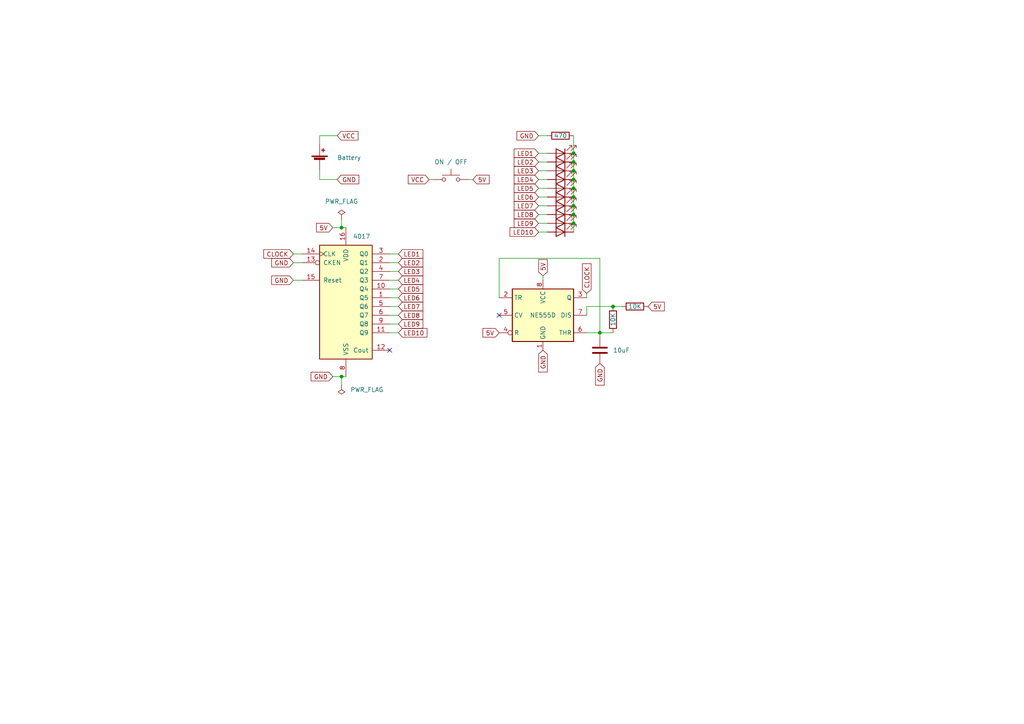
<source format=kicad_sch>
(kicad_sch (version 20250114) (generator "eeschema") (generator_version "9.0")
  (paper "A4")
  (lib_symbols
    (symbol "4xxx:4017" (pin_names (offset 1.016))
      (property "Reference" "U" (at -7.62 16.51 0))
      (property "Value" "4017" (at -7.62 -19.05 0))
      (symbol "4017_1_0"
        (pin input clock (at -12.7 12.7 0) (length 5.08) (name "CLK") (number "14"))
        (pin input inverted (at -12.7 10.16 0) (length 5.08) (name "CKEN") (number "13"))
        (pin input line (at -12.7 5.08 0) (length 5.08) (name "Reset") (number "15"))
        (pin power_in line (at 0 20.32 270) (length 5.08) (name "VDD") (number "16"))
        (pin power_in line (at 0 -22.86 90) (length 5.08) (name "VSS") (number "8"))
        (pin output line (at 12.7 12.7 180) (length 5.08) (name "Q0") (number "3"))
        (pin output line (at 12.7 10.16 180) (length 5.08) (name "Q1") (number "2"))
        (pin output line (at 12.7 7.62 180) (length 5.08) (name "Q2") (number "4"))
        (pin output line (at 12.7 5.08 180) (length 5.08) (name "Q3") (number "7"))
        (pin output line (at 12.7 2.54 180) (length 5.08) (name "Q4") (number "10"))
        (pin output line (at 12.7 0 180) (length 5.08) (name "Q5") (number "1"))
        (pin output line (at 12.7 -2.54 180) (length 5.08) (name "Q6") (number "5"))
        (pin output line (at 12.7 -5.08 180) (length 5.08) (name "Q7") (number "6"))
        (pin output line (at 12.7 -7.62 180) (length 5.08) (name "Q8") (number "9"))
        (pin output line (at 12.7 -10.16 180) (length 5.08) (name "Q9") (number "11"))
        (pin output line (at 12.7 -15.24 180) (length 5.08) (name "Cout") (number "12"))
      )
      (symbol "4017_1_1"
        (rectangle (start -7.62 15.24) (end 7.62 -17.78) (stroke (width 0.254)) (fill (type background)))
      )
    )
    (symbol "Device:Battery_Cell" (pin_numbers (hide yes)) (pin_names (offset 0) (hide yes))
      (property "Reference" "BT" (at 2.54 2.54 0))
      (property "Value" "Battery_Cell" (at 2.54 0 0))
      (symbol "Battery_Cell_0_1"
        (rectangle (start -2.286 1.778) (end 2.286 1.524) (fill (type outline)))
        (rectangle (start -1.5748 1.1938) (end 1.4732 0.6858) (fill (type outline)))
        (polyline (pts (xy 0 1.778) (xy 0 2.54)))
        (polyline (pts (xy 0 0.762) (xy 0 0)))
        (polyline (pts (xy 0.508 3.429) (xy 1.524 3.429)) (stroke (width 0.254)))
        (polyline (pts (xy 1.016 3.937) (xy 1.016 2.921)) (stroke (width 0.254)))
      )
      (symbol "Battery_Cell_1_1"
        (pin passive line (at 0 5.08 270) (length 2.54) (name "+") (number "1"))
        (pin passive line (at 0 -2.54 90) (length 2.54) (name "-") (number "2"))
      )
    )
    (symbol "Device:C" (pin_numbers (hide yes)) (pin_names (offset 0.254))
      (property "Reference" "C" (at 0.635 2.54 0))
      (property "Value" "C" (at 0.635 -2.54 0))
      (symbol "C_0_1"
        (polyline (pts (xy -2.032 0.762) (xy 2.032 0.762)) (stroke (width 0.508)))
        (polyline (pts (xy -2.032 -0.762) (xy 2.032 -0.762)) (stroke (width 0.508)))
      )
      (symbol "C_1_1"
        (pin passive line (at 0 3.81 270) (length 2.794) (name "~") (number "1"))
        (pin passive line (at 0 -3.81 90) (length 2.794) (name "~") (number "2"))
      )
    )
    (symbol "Device:LED" (pin_numbers (hide yes)) (pin_names (offset 1.016) (hide yes))
      (property "Reference" "D" (at 0 2.54 0))
      (property "Value" "LED" (at 0 -2.54 0))
      (symbol "LED_0_1"
        (polyline (pts (xy -3.048 -0.762) (xy -4.572 -2.286) (xy -3.81 -2.286) (xy -4.572 -2.286) (xy -4.572 -1.524)))
        (polyline (pts (xy -1.778 -0.762) (xy -3.302 -2.286) (xy -2.54 -2.286) (xy -3.302 -2.286) (xy -3.302 -1.524)))
        (polyline (pts (xy -1.27 0) (xy 1.27 0)))
        (polyline (pts (xy -1.27 -1.27) (xy -1.27 1.27)) (stroke (width 0.254)))
        (polyline (pts (xy 1.27 -1.27) (xy 1.27 1.27) (xy -1.27 0) (xy 1.27 -1.27)) (stroke (width 0.254)))
      )
      (symbol "LED_1_1"
        (pin passive line (at -3.81 0 0) (length 2.54) (name "K") (number "1"))
        (pin passive line (at 3.81 0 180) (length 2.54) (name "A") (number "2"))
      )
    )
    (symbol "Device:R" (pin_numbers (hide yes)) (pin_names (offset 0))
      (property "Reference" "R" (at 2.032 0 90))
      (property "Value" "R" (at 0 0 90))
      (symbol "R_0_1"
        (rectangle (start -1.016 -2.54) (end 1.016 2.54) (stroke (width 0.254)))
      )
      (symbol "R_1_1"
        (pin passive line (at 0 3.81 270) (length 1.27) (name "~") (number "1"))
        (pin passive line (at 0 -3.81 90) (length 1.27) (name "~") (number "2"))
      )
    )
    (symbol "Switch:SW_Push" (pin_numbers (hide yes)) (pin_names (offset 1.016) (hide yes))
      (property "Reference" "SW" (at 1.27 2.54 0))
      (property "Value" "SW_Push" (at 0 -1.524 0))
      (symbol "SW_Push_0_1"
        (circle (center -2.032 0) (radius 0.508))
        (polyline (pts (xy 0 1.27) (xy 0 3.048)))
        (circle (center 2.032 0) (radius 0.508))
        (polyline (pts (xy 2.54 1.27) (xy -2.54 1.27)))
        (pin passive line (at -5.08 0 0) (length 2.54) (name "1") (number "1"))
        (pin passive line (at 5.08 0 180) (length 2.54) (name "2") (number "2"))
      )
    )
    (symbol "Timer:NE555D"
      (property "Reference" "U" (at -10.16 8.89 0))
      (property "Value" "NE555D" (at 2.54 8.89 0))
      (symbol "NE555D_0_0"
        (pin power_in line (at 0 10.16 270) (length 2.54) (name "VCC") (number "8"))
        (pin power_in line (at 0 -10.16 90) (length 2.54) (name "GND") (number "1"))
      )
      (symbol "NE555D_0_1"
        (rectangle (start -8.89 -7.62) (end 8.89 7.62) (stroke (width 0.254)) (fill (type background)))
        (rectangle (start -8.89 -7.62) (end 8.89 7.62) (stroke (width 0.254)) (fill (type background)))
      )
      (symbol "NE555D_1_1"
        (pin input line (at -12.7 5.08 0) (length 3.81) (name "TR") (number "2"))
        (pin input line (at -12.7 0 0) (length 3.81) (name "CV") (number "5"))
        (pin input inverted (at -12.7 -5.08 0) (length 3.81) (name "R") (number "4"))
        (pin output line (at 12.7 5.08 180) (length 3.81) (name "Q") (number "3"))
        (pin input line (at 12.7 0 180) (length 3.81) (name "DIS") (number "7"))
        (pin input line (at 12.7 -5.08 180) (length 3.81) (name "THR") (number "6"))
      )
    )
    (symbol "power:PWR_FLAG" (power) (pin_numbers (hide yes)) (pin_names (offset 0) (hide yes))
      (property "Value" "PWR_FLAG" (at 0 3.81 0))
      (symbol "PWR_FLAG_0_0"
        (pin power_out line (at 0 0 90) (length 0) (name "pwr") (number "1"))
      )
      (symbol "PWR_FLAG_0_1"
        (polyline (pts (xy 0 0) (xy 0 1.27) (xy -1.016 1.905) (xy 0 2.54) (xy 1.016 1.905) (xy 0 1.27)))
      )
    )
  )
  (junction (at 177.8 88.9))
  (junction (at 166.37 62.23))
  (junction (at 166.37 44.45))
  (junction (at 166.37 49.53))
  (junction (at 166.37 64.77))
  (junction (at 166.37 46.99))
  (junction (at 99.06 109.22))
  (junction (at 99.06 66.04))
  (junction (at 166.37 59.69))
  (junction (at 166.37 54.61))
  (junction (at 166.37 52.07))
  (junction (at 173.99 96.52))
  (junction (at 166.37 57.15))
  (no_connect (at 144.78 91.44))
  (no_connect (at 113.03 101.6))
  (wire (pts (xy 144.78 74.93) (xy 144.78 86.36)))
  (wire (pts (xy 156.21 64.77) (xy 158.75 64.77)))
  (wire (pts (xy 173.99 96.52) (xy 173.99 97.79)))
  (wire (pts (xy 156.21 39.37) (xy 158.75 39.37)))
  (wire (pts (xy 99.06 109.22) (xy 99.06 111.76)))
  (wire (pts (xy 156.21 54.61) (xy 158.75 54.61)))
  (wire (pts (xy 157.48 80.01) (xy 157.48 81.28)))
  (wire (pts (xy 97.79 52.07) (xy 92.71 52.07)))
  (wire (pts (xy 166.37 64.77) (xy 166.37 67.31)))
  (wire (pts (xy 99.06 63.5) (xy 99.06 66.04)))
  (wire (pts (xy 156.21 62.23) (xy 158.75 62.23)))
  (wire (pts (xy 113.03 83.82) (xy 115.57 83.82)))
  (wire (pts (xy 170.18 85.09) (xy 170.18 86.36)))
  (wire (pts (xy 92.71 39.37) (xy 92.71 41.91)))
  (wire (pts (xy 170.18 88.9) (xy 170.18 91.44)))
  (wire (pts (xy 166.37 52.07) (xy 166.37 54.61)))
  (wire (pts (xy 113.03 91.44) (xy 115.57 91.44)))
  (wire (pts (xy 156.21 67.31) (xy 158.75 67.31)))
  (wire (pts (xy 99.06 66.04) (xy 100.33 66.04)))
  (wire (pts (xy 113.03 88.9) (xy 115.57 88.9)))
  (wire (pts (xy 166.37 54.61) (xy 166.37 57.15)))
  (wire (pts (xy 156.21 44.45) (xy 158.75 44.45)))
  (wire (pts (xy 166.37 57.15) (xy 166.37 59.69)))
  (wire (pts (xy 166.37 59.69) (xy 166.37 62.23)))
  (wire (pts (xy 166.37 44.45) (xy 166.37 46.99)))
  (wire (pts (xy 113.03 76.2) (xy 115.57 76.2)))
  (wire (pts (xy 144.78 74.93) (xy 173.99 74.93)))
  (wire (pts (xy 96.52 66.04) (xy 99.06 66.04)))
  (wire (pts (xy 96.52 109.22) (xy 99.06 109.22)))
  (wire (pts (xy 156.21 57.15) (xy 158.75 57.15)))
  (wire (pts (xy 113.03 93.98) (xy 115.57 93.98)))
  (wire (pts (xy 113.03 73.66) (xy 115.57 73.66)))
  (wire (pts (xy 113.03 86.36) (xy 115.57 86.36)))
  (wire (pts (xy 124.46 52.07) (xy 125.73 52.07)))
  (wire (pts (xy 166.37 46.99) (xy 166.37 49.53)))
  (wire (pts (xy 166.37 49.53) (xy 166.37 52.07)))
  (wire (pts (xy 166.37 39.37) (xy 166.37 44.45)))
  (wire (pts (xy 85.09 73.66) (xy 87.63 73.66)))
  (wire (pts (xy 99.06 109.22) (xy 100.33 109.22)))
  (wire (pts (xy 92.71 52.07) (xy 92.71 49.53)))
  (wire (pts (xy 156.21 49.53) (xy 158.75 49.53)))
  (wire (pts (xy 166.37 62.23) (xy 166.37 64.77)))
  (wire (pts (xy 173.99 96.52) (xy 177.8 96.52)))
  (wire (pts (xy 113.03 78.74) (xy 115.57 78.74)))
  (wire (pts (xy 173.99 74.93) (xy 173.99 96.52)))
  (wire (pts (xy 177.8 88.9) (xy 170.18 88.9)))
  (wire (pts (xy 85.09 81.28) (xy 87.63 81.28)))
  (wire (pts (xy 180.34 88.9) (xy 177.8 88.9)))
  (wire (pts (xy 97.79 39.37) (xy 92.71 39.37)))
  (wire (pts (xy 135.89 52.07) (xy 137.16 52.07)))
  (wire (pts (xy 156.21 59.69) (xy 158.75 59.69)))
  (wire (pts (xy 113.03 81.28) (xy 115.57 81.28)))
  (wire (pts (xy 85.09 76.2) (xy 87.63 76.2)))
  (wire (pts (xy 156.21 46.99) (xy 158.75 46.99)))
  (wire (pts (xy 156.21 52.07) (xy 158.75 52.07)))
  (wire (pts (xy 170.18 96.52) (xy 173.99 96.52)))
  (wire (pts (xy 113.03 96.52) (xy 115.57 96.52)))
  (global_label "LED1" (shape input) (at 156.21 44.45 180) (property "Intersheetrefs" "${INTERSHEET_REFS}" (effects (hide yes))))
  (global_label "LED7" (shape input) (at 156.21 59.69 180) (property "Intersheetrefs" "${INTERSHEET_REFS}" (effects (hide yes))))
  (global_label "LED9" (shape input) (at 115.57 93.98 0) (property "Intersheetrefs" "${INTERSHEET_REFS}" (effects (hide yes))))
  (global_label "LED2" (shape input) (at 156.21 46.99 180) (property "Intersheetrefs" "${INTERSHEET_REFS}" (effects (hide yes))))
  (global_label "CLOCK" (shape input) (at 85.09 73.66 180) (property "Intersheetrefs" "${INTERSHEET_REFS}" (effects (hide yes))))
  (global_label "GND" (shape input) (at 157.48 101.6 270) (property "Intersheetrefs" "${INTERSHEET_REFS}" (effects (hide yes))))
  (global_label "LED4" (shape input) (at 115.57 81.28 0) (property "Intersheetrefs" "${INTERSHEET_REFS}" (effects (hide yes))))
  (global_label "LED7" (shape input) (at 115.57 88.9 0) (property "Intersheetrefs" "${INTERSHEET_REFS}" (effects (hide yes))))
  (global_label "LED6" (shape input) (at 115.57 86.36 0) (property "Intersheetrefs" "${INTERSHEET_REFS}" (effects (hide yes))))
  (global_label "VCC" (shape input) (at 97.79 39.37 0) (property "Intersheetrefs" "${INTERSHEET_REFS}" (effects (hide yes))))
  (global_label "GND" (shape input) (at 85.09 81.28 180) (property "Intersheetrefs" "${INTERSHEET_REFS}" (effects (hide yes))))
  (global_label "LED10" (shape input) (at 115.57 96.52 0) (property "Intersheetrefs" "${INTERSHEET_REFS}" (effects (hide yes))))
  (global_label "GND" (shape input) (at 173.99 105.41 270) (property "Intersheetrefs" "${INTERSHEET_REFS}" (effects (hide yes))))
  (global_label "CLOCK" (shape input) (at 170.18 85.09 90) (property "Intersheetrefs" "${INTERSHEET_REFS}" (effects (hide yes))))
  (global_label "GND" (shape input) (at 85.09 76.2 180) (property "Intersheetrefs" "${INTERSHEET_REFS}" (effects (hide yes))))
  (global_label "LED5" (shape input) (at 115.57 83.82 0) (property "Intersheetrefs" "${INTERSHEET_REFS}" (effects (hide yes))))
  (global_label "LED3" (shape input) (at 156.21 49.53 180) (property "Intersheetrefs" "${INTERSHEET_REFS}" (effects (hide yes))))
  (global_label "LED5" (shape input) (at 156.21 54.61 180) (property "Intersheetrefs" "${INTERSHEET_REFS}" (effects (hide yes))))
  (global_label "LED6" (shape input) (at 156.21 57.15 180) (property "Intersheetrefs" "${INTERSHEET_REFS}" (effects (hide yes))))
  (global_label "VCC" (shape input) (at 124.46 52.07 180) (property "Intersheetrefs" "${INTERSHEET_REFS}" (effects (hide yes))))
  (global_label "5V" (shape input) (at 137.16 52.07 0) (property "Intersheetrefs" "${INTERSHEET_REFS}" (effects (hide yes))))
  (global_label "GND" (shape input) (at 96.52 109.22 180) (property "Intersheetrefs" "${INTERSHEET_REFS}" (effects (hide yes))))
  (global_label "5V" (shape input) (at 144.78 96.52 180) (property "Intersheetrefs" "${INTERSHEET_REFS}" (effects (hide yes))))
  (global_label "5V" (shape input) (at 96.52 66.04 180) (property "Intersheetrefs" "${INTERSHEET_REFS}" (effects (hide yes))))
  (global_label "GND" (shape input) (at 97.79 52.07 0) (property "Intersheetrefs" "${INTERSHEET_REFS}" (effects (hide yes))))
  (global_label "5V" (shape input) (at 187.96 88.9 0) (property "Intersheetrefs" "${INTERSHEET_REFS}" (effects (hide yes))))
  (global_label "LED8" (shape input) (at 115.57 91.44 0) (property "Intersheetrefs" "${INTERSHEET_REFS}" (effects (hide yes))))
  (global_label "LED3" (shape input) (at 115.57 78.74 0) (property "Intersheetrefs" "${INTERSHEET_REFS}" (effects (hide yes))))
  (global_label "LED10" (shape input) (at 156.21 67.31 180) (property "Intersheetrefs" "${INTERSHEET_REFS}" (effects (hide yes))))
  (global_label "LED8" (shape input) (at 156.21 62.23 180) (property "Intersheetrefs" "${INTERSHEET_REFS}" (effects (hide yes))))
  (global_label "LED9" (shape input) (at 156.21 64.77 180) (property "Intersheetrefs" "${INTERSHEET_REFS}" (effects (hide yes))))
  (global_label "LED1" (shape input) (at 115.57 73.66 0) (property "Intersheetrefs" "${INTERSHEET_REFS}" (effects (hide yes))))
  (global_label "LED2" (shape input) (at 115.57 76.2 0) (property "Intersheetrefs" "${INTERSHEET_REFS}" (effects (hide yes))))
  (global_label "5V" (shape input) (at 157.48 80.01 90) (property "Intersheetrefs" "${INTERSHEET_REFS}" (effects (hide yes))))
  (global_label "LED4" (shape input) (at 156.21 52.07 180) (property "Intersheetrefs" "${INTERSHEET_REFS}" (effects (hide yes))))
  (global_label "GND" (shape input) (at 156.21 39.37 180) (property "Intersheetrefs" "${INTERSHEET_REFS}" (effects (hide yes))))
  (symbol (lib_id "Device:LED") (at 162.56 62.23 180) (unit 1)
    (property "Reference" "D9" (effects (hide yes)))
    (property "Value" "LED" (effects (hide yes)))
    (property "Footprint" "LED_SMD:LED_0805_2012Metric_Pad1.15x1.40mm_HandSolder" (effects (hide yes)))
  )
  (symbol (lib_id "Device:C") (at 173.99 101.6 0) (unit 1)
    (property "Reference" "C2" (effects (hide yes)))
    (property "Value" "10uF" (at 177.8 101.6 0) (effects (justify left)))
    (property "Footprint" "Capacitor_SMD:C_0805_2012Metric_Pad1.18x1.45mm_HandSolder" (effects (hide yes)))
  )
  (symbol (lib_id "power:PWR_FLAG") (at 99.06 111.76 180) (unit 1)
    (property "Reference" "#FLG0102" (effects (hide yes)))
    (property "Value" "PWR_FLAG" (at 101.6 113.0299 0) (effects (justify right)))
  )
  (symbol (lib_id "4xxx:4017") (at 100.33 86.36 0) (unit 1)
    (property "Reference" "U1" (effects (hide yes)))
    (property "Value" "4017" (at 102.3494 68.58 0) (effects (justify left)))
    (property "Footprint" "Package_SO:SOIC-16_3.9x9.9mm_P1.27mm" (effects (hide yes)))
    (property "Datasheet" "http://www.intersil.com/content/dam/Intersil/documents/cd40/cd4017bms-22bms.pdf" (effects (hide yes)))
  )
  (symbol (lib_id "Device:LED") (at 162.56 44.45 180) (unit 1)
    (property "Reference" "D2" (effects (hide yes)))
    (property "Value" "LED" (effects (hide yes)))
    (property "Footprint" "LED_SMD:LED_0805_2012Metric_Pad1.15x1.40mm_HandSolder" (effects (hide yes)))
  )
  (symbol (lib_id "Device:R") (at 184.15 88.9 270) (unit 1)
    (property "Reference" "R1" (effects (hide yes)))
    (property "Value" "10K" (at 184.15 88.9 90))
    (property "Footprint" "Resistor_SMD:R_0805_2012Metric_Pad1.20x1.40mm_HandSolder" (effects (hide yes)))
  )
  (symbol (lib_id "Switch:SW_Push") (at 130.81 52.07 0) (unit 1)
    (property "Reference" "SW1" (effects (hide yes)))
    (property "Value" "ON / OFF" (at 130.81 46.99 0))
    (property "Footprint" "Button_Switch_SMD:SW_SPST_CK_RS282G05A3" (effects (hide yes)))
  )
  (symbol (lib_id "Device:LED") (at 162.56 46.99 180) (unit 1)
    (property "Reference" "D3" (effects (hide yes)))
    (property "Value" "LED" (effects (hide yes)))
    (property "Footprint" "LED_SMD:LED_0805_2012Metric_Pad1.15x1.40mm_HandSolder" (effects (hide yes)))
  )
  (symbol (lib_id "Device:R") (at 177.8 92.71 180) (unit 1)
    (property "Reference" "R3" (effects (hide yes)))
    (property "Value" "10K" (at 177.8 92.71 90))
    (property "Footprint" "Resistor_SMD:R_0805_2012Metric_Pad1.20x1.40mm_HandSolder" (effects (hide yes)))
  )
  (symbol (lib_id "power:PWR_FLAG") (at 99.06 63.5 0) (unit 1)
    (property "Reference" "#FLG0101" (effects (hide yes)))
    (property "Value" "PWR_FLAG" (at 99.06 58.42 0))
  )
  (symbol (lib_id "Device:R") (at 162.56 39.37 90) (unit 1)
    (property "Reference" "R2" (effects (hide yes)))
    (property "Value" "470" (at 162.56 39.37 90))
    (property "Footprint" "Resistor_SMD:R_0805_2012Metric_Pad1.20x1.40mm_HandSolder" (effects (hide yes)))
  )
  (symbol (lib_id "Device:LED") (at 162.56 54.61 180) (unit 1)
    (property "Reference" "D6" (effects (hide yes)))
    (property "Value" "LED" (effects (hide yes)))
    (property "Footprint" "LED_SMD:LED_0805_2012Metric_Pad1.15x1.40mm_HandSolder" (effects (hide yes)))
  )
  (symbol (lib_id "Device:Battery_Cell") (at 92.71 46.99 0) (unit 1)
    (property "Reference" "BT1" (effects (hide yes)))
    (property "Value" "Battery" (at 97.79 45.72 0) (effects (justify left)))
    (property "Footprint" "Battery:BatteryHolder_Keystone_3000_1x12mm" (effects (hide yes)))
  )
  (symbol (lib_id "Device:LED") (at 162.56 59.69 180) (unit 1)
    (property "Reference" "D8" (effects (hide yes)))
    (property "Value" "LED" (effects (hide yes)))
    (property "Footprint" "LED_SMD:LED_0805_2012Metric_Pad1.15x1.40mm_HandSolder" (effects (hide yes)))
  )
  (symbol (lib_id "Device:LED") (at 162.56 67.31 180) (unit 1)
    (property "Reference" "D11" (effects (hide yes)))
    (property "Value" "LED" (effects (hide yes)))
    (property "Footprint" "LED_SMD:LED_0805_2012Metric_Pad1.15x1.40mm_HandSolder" (effects (hide yes)))
  )
  (symbol (lib_id "Device:LED") (at 162.56 64.77 180) (unit 1)
    (property "Reference" "D10" (effects (hide yes)))
    (property "Value" "LED" (effects (hide yes)))
    (property "Footprint" "LED_SMD:LED_0805_2012Metric_Pad1.15x1.40mm_HandSolder" (effects (hide yes)))
  )
  (symbol (lib_id "Device:LED") (at 162.56 57.15 180) (unit 1)
    (property "Reference" "D7" (effects (hide yes)))
    (property "Value" "LED" (effects (hide yes)))
    (property "Footprint" "LED_SMD:LED_0805_2012Metric_Pad1.15x1.40mm_HandSolder" (effects (hide yes)))
  )
  (symbol (lib_id "Timer:NE555D") (at 157.48 91.44 0) (unit 1)
    (property "Reference" "U2" (effects (hide yes)))
    (property "Value" "NE555D" (at 153.67 91.44 0) (effects (justify left)))
    (property "Footprint" "Package_SO:SOIC-8_3.9x4.9mm_P1.27mm" (effects (hide yes)))
    (property "Datasheet" "http://www.ti.com/lit/ds/symlink/ne555.pdf" (effects (hide yes)))
  )
  (symbol (lib_id "Device:LED") (at 162.56 49.53 180) (unit 1)
    (property "Reference" "D4" (effects (hide yes)))
    (property "Value" "LED" (effects (hide yes)))
    (property "Footprint" "LED_SMD:LED_0805_2012Metric_Pad1.15x1.40mm_HandSolder" (effects (hide yes)))
  )
  (symbol (lib_id "Device:LED") (at 162.56 52.07 180) (unit 1)
    (property "Reference" "D5" (effects (hide yes)))
    (property "Value" "LED" (effects (hide yes)))
    (property "Footprint" "LED_SMD:LED_0805_2012Metric_Pad1.15x1.40mm_HandSolder" (effects (hide yes)))
  )
)
</source>
